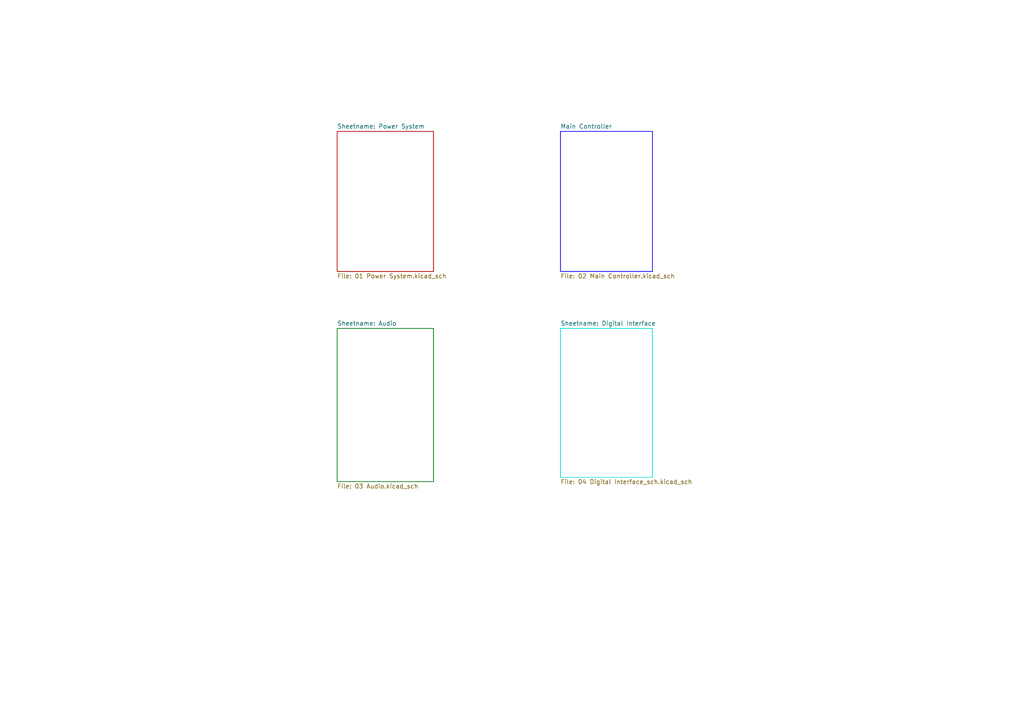
<source format=kicad_sch>
(kicad_sch (version 20230121) (generator eeschema)
  (paper "A4")
  (lib_symbols)
  (sheet (at 162.56 38.1) (size 26.67 40.64) (stroke (width 0.1524) (color 16 0 255 1))
    (property "Sheetname" "Main Controller" (at 162.56 37.3884 0) (effects (justify left bottom)))
    (property "Sheetfile" "02 Main Controller.kicad_sch" (at 162.56 79.3246 0) (effects (justify left top)))
  )
  (sheet (at 97.79 95.25) (size 27.94 44.45) (stroke (width 0.1524) (color 0 124 21 1))
    (property "Sheetname" "Audio" (at 97.79 94.5384 0) (show_name) (effects (justify left bottom)))
    (property "Sheetfile" "03 Audio.kicad_sch" (at 97.79 140.2846 0) (effects (justify left top)))
  )
  (sheet (at 162.56 95.25) (size 26.67 43.18) (stroke (width 0.1524) (color 0 226 213 1))
    (property "Sheetname" "Digital Interface" (at 162.56 94.5384 0) (show_name) (effects (justify left bottom)))
    (property "Sheetfile" "04 Digital Interface_sch.kicad_sch" (at 162.56 139.0146 0) (effects (justify left top)))
  )
  (sheet (at 97.79 38.1) (size 27.94 40.64) (stroke (width 0.1524) (color 180 4 0 1)) (fill (color 168 0 5 0.0000))
    (property "Sheetname" "Power System" (at 97.79 37.3884 0) (show_name) (effects (justify left bottom)))
    (property "Sheetfile" "01 Power System.kicad_sch" (at 97.79 79.3246 0) (effects (justify left top)))
  )
)
</source>
